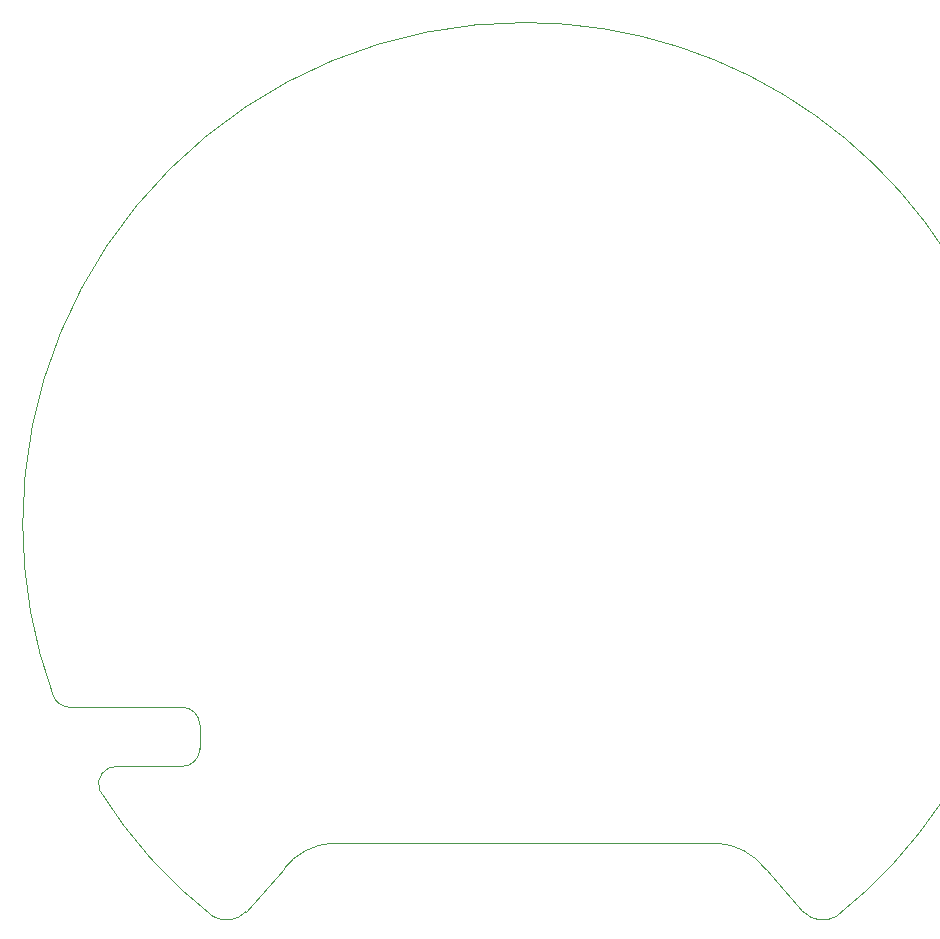
<source format=gbr>
%TF.GenerationSoftware,KiCad,Pcbnew,6.0.5-a6ca702e91~116~ubuntu20.04.1*%
%TF.CreationDate,2022-05-11T23:16:09+02:00*%
%TF.ProjectId,uHoubolt_PCB_GNSS,75486f75-626f-46c7-945f-5043425f474e,rev?*%
%TF.SameCoordinates,PX8f0d180PY5f5e100*%
%TF.FileFunction,Profile,NP*%
%FSLAX46Y46*%
G04 Gerber Fmt 4.6, Leading zero omitted, Abs format (unit mm)*
G04 Created by KiCad (PCBNEW 6.0.5-a6ca702e91~116~ubuntu20.04.1) date 2022-05-11 23:16:09*
%MOMM*%
%LPD*%
G01*
G04 APERTURE LIST*
%TA.AperFunction,Profile*%
%ADD10C,0.050000*%
%TD*%
G04 APERTURE END LIST*
D10*
X-27500000Y-17000000D02*
G75*
G03*
X-29000000Y-15500000I-1500000J0D01*
G01*
X56Y42476659D02*
G75*
G03*
X-42500000Y0I-48576J-42451459D01*
G01*
X-39923025Y-14474342D02*
G75*
G03*
X-38500000Y-15500000I1423025J474342D01*
G01*
X20400000Y-29200000D02*
X23600000Y-32800000D01*
X-34499998Y-20499968D02*
G75*
G03*
X-35999999Y-22500000I-76902J-1504832D01*
G01*
X-23600000Y-32800000D02*
X-20400000Y-29200000D01*
X-35999998Y-22499999D02*
G75*
G03*
X-26400000Y-33200000I34649998J21431299D01*
G01*
X-42500007Y0D02*
G75*
G03*
X-39923025Y-14474342I42367207J76400D01*
G01*
X20399983Y-29200013D02*
G75*
G03*
X16222632Y-27000000I-4443283J-3370887D01*
G01*
X-16222632Y-27000000D02*
X16222632Y-27000000D01*
X-26399982Y-33199969D02*
G75*
G03*
X-23600000Y-32800000I1153282J1927069D01*
G01*
X-27500000Y-19000000D02*
X-27500000Y-17000000D01*
X-29000000Y-15500000D02*
X-38500000Y-15500000D01*
X-29000000Y-20500000D02*
G75*
G03*
X-27500000Y-19000000I0J1500000D01*
G01*
X-16222633Y-26999979D02*
G75*
G03*
X-20400000Y-29200000I265933J-5570921D01*
G01*
X23599974Y-32800024D02*
G75*
G03*
X26400000Y-33200000I1646726J1527124D01*
G01*
X-34500000Y-20500000D02*
X-29000000Y-20500000D01*
X26400006Y-33200008D02*
G75*
G03*
X56Y42476660I-26400006J33233478D01*
G01*
M02*

</source>
